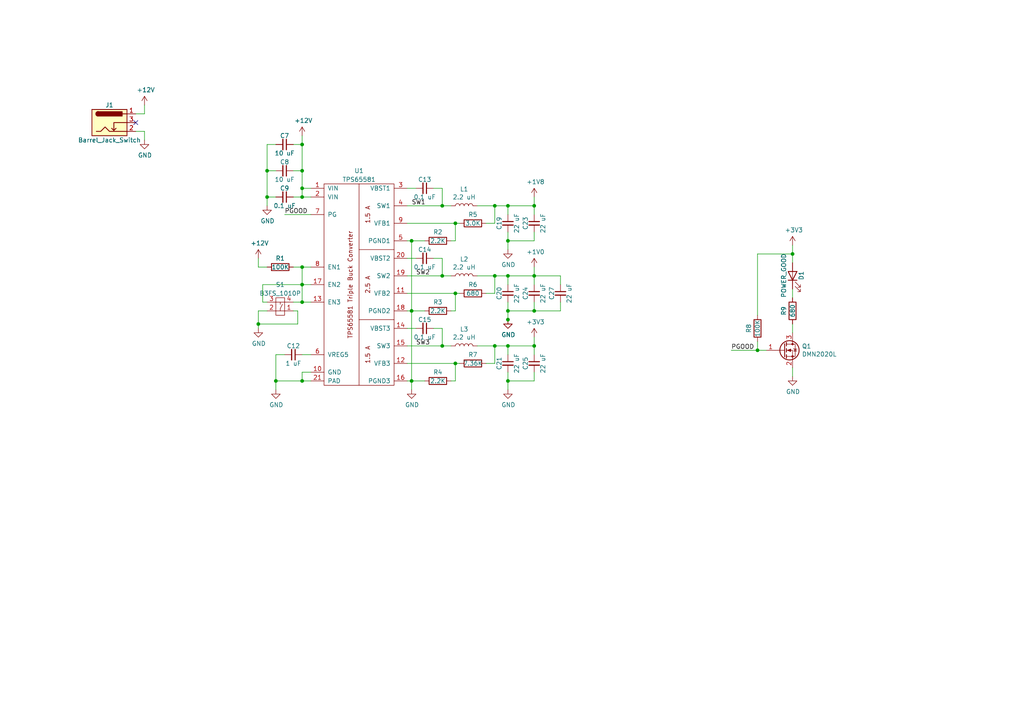
<source format=kicad_sch>
(kicad_sch (version 20230121) (generator eeschema)
  (paper "A4")
  (lib_symbols
    (symbol "Connector:Barrel_Jack_Switch" (pin_names hide)
      (property "Reference" "J" (at 0 5.334 0))
      (property "Value" "Barrel_Jack_Switch" (at 0 -5.08 0))
      (symbol "Barrel_Jack_Switch_0_1"
        (rectangle (start -5.08 3.81) (end 5.08 -3.81) (stroke (width 0.254)) (fill (type background)))
        (arc (start -3.302 3.175) (mid -3.9343 2.54) (end -3.302 1.905) (stroke (width 0.254)))
        (arc (start -3.302 3.175) (mid -3.9343 2.54) (end -3.302 1.905) (stroke (width 0.254)) (fill (type outline)))
        (polyline (pts (xy 1.27 -2.286) (xy 1.905 -1.651)) (stroke (width 0.254)))
        (polyline (pts (xy 5.08 2.54) (xy 3.81 2.54)) (stroke (width 0.254)))
        (polyline (pts (xy 5.08 0) (xy 1.27 0) (xy 1.27 -2.286) (xy 0.635 -1.651)) (stroke (width 0.254)))
        (polyline (pts (xy -3.81 -2.54) (xy -2.54 -2.54) (xy -1.27 -1.27) (xy 0 -2.54) (xy 2.54 -2.54) (xy 5.08 -2.54)) (stroke (width 0.254)))
        (rectangle (start 3.683 3.175) (end -3.302 1.905) (stroke (width 0.254)) (fill (type outline)))
      )
      (symbol "Barrel_Jack_Switch_1_1"
        (pin passive line (at 7.62 2.54 180) (length 2.54) (name "~") (number "1"))
        (pin passive line (at 7.62 -2.54 180) (length 2.54) (name "~") (number "2"))
        (pin passive line (at 7.62 0 180) (length 2.54) (name "~") (number "3"))
      )
    )
    (symbol "Device:C_Small" (pin_numbers hide) (pin_names (offset 0.254) hide)
      (property "Reference" "C" (at 0.254 1.778 0))
      (property "Value" "C_Small" (at 0.254 -2.032 0))
      (symbol "C_Small_0_1"
        (polyline (pts (xy -1.524 -0.508) (xy 1.524 -0.508)) (stroke (width 0.3302)))
        (polyline (pts (xy -1.524 0.508) (xy 1.524 0.508)) (stroke (width 0.3048)))
      )
      (symbol "C_Small_1_1"
        (pin passive line (at 0 2.54 270) (length 2.032) (name "~") (number "1"))
        (pin passive line (at 0 -2.54 90) (length 2.032) (name "~") (number "2"))
      )
    )
    (symbol "Device:L" (pin_numbers hide) (pin_names (offset 1.016) hide)
      (property "Reference" "L" (at -1.27 0 90))
      (property "Value" "L" (at 1.905 0 90))
      (symbol "L_0_1"
        (arc (start 0 -2.54) (mid 0.6323 -1.905) (end 0 -1.27))
        (arc (start 0 -1.27) (mid 0.6323 -0.635) (end 0 0))
        (arc (start 0 0) (mid 0.6323 0.635) (end 0 1.27))
        (arc (start 0 1.27) (mid 0.6323 1.905) (end 0 2.54))
      )
      (symbol "L_1_1"
        (pin passive line (at 0 3.81 270) (length 1.27) (name "1") (number "1"))
        (pin passive line (at 0 -3.81 90) (length 1.27) (name "2") (number "2"))
      )
    )
    (symbol "Device:LED" (pin_numbers hide) (pin_names (offset 1.016) hide)
      (property "Reference" "D" (at 0 2.54 0))
      (property "Value" "LED" (at 0 -2.54 0))
      (symbol "LED_0_1"
        (polyline (pts (xy -1.27 -1.27) (xy -1.27 1.27)) (stroke (width 0.254)))
        (polyline (pts (xy -1.27 0) (xy 1.27 0)))
        (polyline (pts (xy 1.27 -1.27) (xy 1.27 1.27) (xy -1.27 0) (xy 1.27 -1.27)) (stroke (width 0.254)))
        (polyline (pts (xy -3.048 -0.762) (xy -4.572 -2.286) (xy -3.81 -2.286) (xy -4.572 -2.286) (xy -4.572 -1.524)))
        (polyline (pts (xy -1.778 -0.762) (xy -3.302 -2.286) (xy -2.54 -2.286) (xy -3.302 -2.286) (xy -3.302 -1.524)))
      )
      (symbol "LED_1_1"
        (pin passive line (at -3.81 0 0) (length 2.54) (name "K") (number "1"))
        (pin passive line (at 3.81 0 180) (length 2.54) (name "A") (number "2"))
      )
    )
    (symbol "Device:Q_NMOS_GSD" (pin_names (offset 0) hide)
      (property "Reference" "Q" (at 5.08 1.27 0))
      (property "Value" "Q_NMOS_GSD" (at 5.08 -1.27 0))
      (symbol "Q_NMOS_GSD_0_1"
        (polyline (pts (xy 0.254 0) (xy -2.54 0)))
        (polyline (pts (xy 0.254 1.905) (xy 0.254 -1.905)) (stroke (width 0.254)))
        (polyline (pts (xy 0.762 -1.27) (xy 0.762 -2.286)) (stroke (width 0.254)))
        (polyline (pts (xy 0.762 0.508) (xy 0.762 -0.508)) (stroke (width 0.254)))
        (polyline (pts (xy 0.762 2.286) (xy 0.762 1.27)) (stroke (width 0.254)))
        (polyline (pts (xy 2.54 2.54) (xy 2.54 1.778)))
        (polyline (pts (xy 2.54 -2.54) (xy 2.54 0) (xy 0.762 0)))
        (polyline (pts (xy 0.762 -1.778) (xy 3.302 -1.778) (xy 3.302 1.778) (xy 0.762 1.778)))
        (polyline (pts (xy 1.016 0) (xy 2.032 0.381) (xy 2.032 -0.381) (xy 1.016 0)) (fill (type outline)))
        (polyline (pts (xy 2.794 0.508) (xy 2.921 0.381) (xy 3.683 0.381) (xy 3.81 0.254)))
        (polyline (pts (xy 3.302 0.381) (xy 2.921 -0.254) (xy 3.683 -0.254) (xy 3.302 0.381)))
        (circle (center 1.651 0) (radius 2.794) (stroke (width 0.254)))
        (circle (center 2.54 -1.778) (radius 0.254) (fill (type outline)))
        (circle (center 2.54 1.778) (radius 0.254) (fill (type outline)))
      )
      (symbol "Q_NMOS_GSD_1_1"
        (pin input line (at -5.08 0 0) (length 2.54) (name "G") (number "1"))
        (pin passive line (at 2.54 -5.08 90) (length 2.54) (name "S") (number "2"))
        (pin passive line (at 2.54 5.08 270) (length 2.54) (name "D") (number "3"))
      )
    )
    (symbol "Device:R" (pin_numbers hide) (pin_names (offset 0))
      (property "Reference" "R" (at 2.032 0 90))
      (property "Value" "R" (at 0 0 90))
      (symbol "R_0_1"
        (rectangle (start -1.016 -2.54) (end 1.016 2.54) (stroke (width 0.254)))
      )
      (symbol "R_1_1"
        (pin passive line (at 0 3.81 270) (length 1.27) (name "~") (number "1"))
        (pin passive line (at 0 -3.81 90) (length 1.27) (name "~") (number "2"))
      )
    )
    (symbol "Prof:B3FS_1010P" (pin_names (offset 1.016) hide)
      (property "Reference" "S" (at 0 3.81 0))
      (property "Value" "B3FS_1010P" (at 0 -3.81 0))
      (symbol "B3FS_1010P_0_1"
        (rectangle (start -1.27 2.54) (end 1.27 -2.54))
        (polyline (pts (xy -1.27 -1.27) (xy 1.27 -1.27)))
        (polyline (pts (xy -1.27 1.27) (xy 1.27 1.27)))
        (polyline (pts (xy 0 1.27) (xy 0 0.635)))
        (polyline (pts (xy 0 -1.27) (xy 0 -0.635) (xy 0.635 0.635)))
      )
      (symbol "B3FS_1010P_1_1"
        (pin input line (at 3.81 -1.27 180) (length 2.54) (name "1") (number "1"))
        (pin input line (at -3.81 -1.27 0) (length 2.54) (name "2") (number "2"))
        (pin input line (at -3.81 1.27 0) (length 2.54) (name "3") (number "3"))
        (pin input line (at 3.81 1.27 180) (length 2.54) (name "4") (number "4"))
      )
    )
    (symbol "Prof:TPS65581" (pin_names (offset 1.016))
      (property "Reference" "U" (at 0 30.48 0))
      (property "Value" "TPS65581" (at 0 -30.48 0))
      (symbol "TPS65581_0_0"
        (polyline (pts (xy 10.16 -10.16) (xy 0 -10.16)))
        (polyline (pts (xy 10.16 10.16) (xy 0 10.16)))
        (text "1.5 A" (at 2.54 -20.32 900) (effects (font (size 1.27 1.27))))
        (text "1.5 A" (at 2.54 20.32 900) (effects (font (size 1.27 1.27))))
        (text "2.5 A" (at 2.54 0 900) (effects (font (size 1.27 1.27))))
        (text "TPS65581 Triple Buck Converter" (at -2.54 0 900) (effects (font (size 1.27 1.27))))
      )
      (symbol "TPS65581_0_1"
        (rectangle (start -10.16 29.21) (end 10.16 -29.21))
        (polyline (pts (xy 0 29.21) (xy 0 -29.21)))
      )
      (symbol "TPS65581_1_1"
        (pin power_in line (at -13.97 27.94 0) (length 3.81) (name "VIN") (number "1"))
        (pin power_in line (at -13.97 -25.4 0) (length 3.81) (name "GND") (number "10"))
        (pin power_out line (at 13.97 -2.54 180) (length 3.81) (name "VFB2") (number "11"))
        (pin power_out line (at 13.97 -22.86 180) (length 3.81) (name "VFB3") (number "12"))
        (pin input line (at -13.97 -5.08 0) (length 3.81) (name "EN3") (number "13"))
        (pin power_out line (at 13.97 -12.7 180) (length 3.81) (name "VBST3") (number "14"))
        (pin power_out line (at 13.97 -17.78 180) (length 3.81) (name "SW3") (number "15"))
        (pin power_in line (at 13.97 -27.94 180) (length 3.81) (name "PGND3") (number "16"))
        (pin input line (at -13.97 0 0) (length 3.81) (name "EN2") (number "17"))
        (pin power_in line (at 13.97 -7.62 180) (length 3.81) (name "PGND2") (number "18"))
        (pin power_out line (at 13.97 2.54 180) (length 3.81) (name "SW2") (number "19"))
        (pin power_in line (at -13.97 25.4 0) (length 3.81) (name "VIN") (number "2"))
        (pin power_out line (at 13.97 7.62 180) (length 3.81) (name "VBST2") (number "20"))
        (pin power_in line (at -13.97 -27.94 0) (length 3.81) (name "PAD") (number "21"))
        (pin power_out line (at 13.97 27.94 180) (length 3.81) (name "VBST1") (number "3"))
        (pin power_out line (at 13.97 22.86 180) (length 3.81) (name "SW1") (number "4"))
        (pin power_in line (at 13.97 12.7 180) (length 3.81) (name "PGND1") (number "5"))
        (pin power_out line (at -13.97 -20.32 0) (length 3.81) (name "VREG5") (number "6"))
        (pin open_collector line (at -13.97 20.32 0) (length 3.81) (name "PG") (number "7"))
        (pin input line (at -13.97 5.08 0) (length 3.81) (name "EN1") (number "8"))
        (pin power_out line (at 13.97 17.78 180) (length 3.81) (name "VFB1") (number "9"))
      )
    )
    (symbol "power:+12V" (power) (pin_names (offset 0))
      (property "Value" "+12V" (at 0 3.556 0))
      (symbol "+12V_0_1"
        (polyline (pts (xy -0.762 1.27) (xy 0 2.54)))
        (polyline (pts (xy 0 0) (xy 0 2.54)))
        (polyline (pts (xy 0 2.54) (xy 0.762 1.27)))
      )
      (symbol "+12V_1_1"
        (pin power_in line (at 0 0 90) (length 0) hide (name "+12V") (number "1"))
      )
    )
    (symbol "power:+1V0" (power) (pin_names (offset 0))
      (property "Value" "+1V0" (at 0 3.556 0))
      (symbol "+1V0_0_1"
        (polyline (pts (xy -0.762 1.27) (xy 0 2.54)))
        (polyline (pts (xy 0 0) (xy 0 2.54)))
        (polyline (pts (xy 0 2.54) (xy 0.762 1.27)))
      )
      (symbol "+1V0_1_1"
        (pin power_in line (at 0 0 90) (length 0) hide (name "+1V0") (number "1"))
      )
    )
    (symbol "power:+1V8" (power) (pin_names (offset 0))
      (property "Value" "+1V8" (at 0 3.556 0))
      (symbol "+1V8_0_1"
        (polyline (pts (xy -0.762 1.27) (xy 0 2.54)))
        (polyline (pts (xy 0 0) (xy 0 2.54)))
        (polyline (pts (xy 0 2.54) (xy 0.762 1.27)))
      )
      (symbol "+1V8_1_1"
        (pin power_in line (at 0 0 90) (length 0) hide (name "+1V8") (number "1"))
      )
    )
    (symbol "power:+3V3" (power) (pin_names (offset 0))
      (property "Value" "+3V3" (at 0 3.556 0))
      (symbol "+3V3_0_1"
        (polyline (pts (xy -0.762 1.27) (xy 0 2.54)))
        (polyline (pts (xy 0 0) (xy 0 2.54)))
        (polyline (pts (xy 0 2.54) (xy 0.762 1.27)))
      )
      (symbol "+3V3_1_1"
        (pin power_in line (at 0 0 90) (length 0) hide (name "+3V3") (number "1"))
      )
    )
    (symbol "power:GND" (power) (pin_names (offset 0))
      (property "Value" "GND" (at 0 -3.81 0))
      (symbol "GND_0_1"
        (polyline (pts (xy 0 0) (xy 0 -1.27) (xy 1.27 -1.27) (xy 0 -2.54) (xy -1.27 -1.27) (xy 0 -1.27)))
      )
      (symbol "GND_1_1"
        (pin power_in line (at 0 0 270) (length 0) hide (name "GND") (number "1"))
      )
    )
  )
  (junction (at 128.27 80.01))
  (junction (at 87.63 41.91))
  (junction (at 80.01 110.49))
  (junction (at 143.51 80.01))
  (junction (at 77.47 57.15))
  (junction (at 147.32 59.69))
  (junction (at 119.38 69.85))
  (junction (at 119.38 90.17))
  (junction (at 128.27 100.33))
  (junction (at 143.51 100.33))
  (junction (at 87.63 87.63))
  (junction (at 147.32 92.71))
  (junction (at 87.63 82.55))
  (junction (at 229.87 73.66))
  (junction (at 119.38 110.49))
  (junction (at 147.32 69.85))
  (junction (at 154.94 90.17))
  (junction (at 77.47 49.53))
  (junction (at 147.32 100.33))
  (junction (at 143.51 59.69))
  (junction (at 219.71 101.6))
  (junction (at 128.27 59.69))
  (junction (at 132.08 64.77))
  (junction (at 87.63 57.15))
  (junction (at 74.93 93.98))
  (junction (at 147.32 90.17))
  (junction (at 87.63 54.61))
  (junction (at 132.08 105.41))
  (junction (at 132.08 85.09))
  (junction (at 147.32 80.01))
  (junction (at 154.94 100.33))
  (junction (at 147.32 110.49))
  (junction (at 87.63 49.53))
  (junction (at 154.94 59.69))
  (junction (at 154.94 80.01))
  (junction (at 87.63 110.49))
  (junction (at 87.63 77.47))
  (no_connect (at 39.37 35.56))
  (wire (pts (xy 130.81 69.85) (xy 132.08 69.85)))
  (wire (pts (xy 87.63 57.15) (xy 87.63 54.61)))
  (wire (pts (xy 87.63 54.61) (xy 87.63 49.53)))
  (wire (pts (xy 87.63 82.55) (xy 87.63 77.47)))
  (wire (pts (xy 143.51 100.33) (xy 138.43 100.33)))
  (wire (pts (xy 86.36 93.98) (xy 74.93 93.98)))
  (wire (pts (xy 147.32 87.63) (xy 147.32 90.17)))
  (wire (pts (xy 147.32 59.69) (xy 143.51 59.69)))
  (wire (pts (xy 74.93 90.17) (xy 74.93 93.98)))
  (wire (pts (xy 125.73 74.93) (xy 128.27 74.93)))
  (wire (pts (xy 143.51 105.41) (xy 143.51 100.33)))
  (wire (pts (xy 212.09 101.6) (xy 219.71 101.6)))
  (wire (pts (xy 119.38 69.85) (xy 123.19 69.85)))
  (wire (pts (xy 80.01 57.15) (xy 77.47 57.15)))
  (wire (pts (xy 80.01 102.87) (xy 80.01 110.49)))
  (wire (pts (xy 143.51 80.01) (xy 138.43 80.01)))
  (wire (pts (xy 154.94 110.49) (xy 147.32 110.49)))
  (wire (pts (xy 229.87 73.66) (xy 219.71 73.66)))
  (wire (pts (xy 154.94 57.15) (xy 154.94 59.69)))
  (wire (pts (xy 132.08 105.41) (xy 118.11 105.41)))
  (wire (pts (xy 90.17 82.55) (xy 87.63 82.55)))
  (wire (pts (xy 130.81 90.17) (xy 132.08 90.17)))
  (wire (pts (xy 128.27 95.25) (xy 128.27 100.33)))
  (wire (pts (xy 41.91 40.64) (xy 41.91 38.1)))
  (wire (pts (xy 90.17 110.49) (xy 87.63 110.49)))
  (wire (pts (xy 41.91 33.02) (xy 39.37 33.02)))
  (wire (pts (xy 130.81 110.49) (xy 132.08 110.49)))
  (wire (pts (xy 77.47 87.63) (xy 76.2 87.63)))
  (wire (pts (xy 147.32 110.49) (xy 147.32 113.03)))
  (wire (pts (xy 147.32 100.33) (xy 143.51 100.33)))
  (wire (pts (xy 90.17 77.47) (xy 87.63 77.47)))
  (wire (pts (xy 132.08 110.49) (xy 132.08 105.41)))
  (wire (pts (xy 229.87 73.66) (xy 229.87 76.2)))
  (wire (pts (xy 130.81 80.01) (xy 128.27 80.01)))
  (wire (pts (xy 86.36 90.17) (xy 86.36 93.98)))
  (wire (pts (xy 87.63 110.49) (xy 80.01 110.49)))
  (wire (pts (xy 143.51 85.09) (xy 143.51 80.01)))
  (wire (pts (xy 154.94 59.69) (xy 147.32 59.69)))
  (wire (pts (xy 154.94 87.63) (xy 154.94 90.17)))
  (wire (pts (xy 80.01 41.91) (xy 77.47 41.91)))
  (wire (pts (xy 87.63 41.91) (xy 85.09 41.91)))
  (wire (pts (xy 132.08 90.17) (xy 132.08 85.09)))
  (wire (pts (xy 154.94 67.31) (xy 154.94 69.85)))
  (wire (pts (xy 133.35 105.41) (xy 132.08 105.41)))
  (wire (pts (xy 120.65 74.93) (xy 118.11 74.93)))
  (wire (pts (xy 147.32 107.95) (xy 147.32 110.49)))
  (wire (pts (xy 133.35 64.77) (xy 132.08 64.77)))
  (wire (pts (xy 82.55 62.23) (xy 90.17 62.23)))
  (wire (pts (xy 132.08 69.85) (xy 132.08 64.77)))
  (wire (pts (xy 120.65 95.25) (xy 118.11 95.25)))
  (wire (pts (xy 118.11 69.85) (xy 119.38 69.85)))
  (wire (pts (xy 90.17 54.61) (xy 87.63 54.61)))
  (wire (pts (xy 154.94 100.33) (xy 154.94 97.79)))
  (wire (pts (xy 77.47 57.15) (xy 77.47 59.69)))
  (wire (pts (xy 162.56 80.01) (xy 154.94 80.01)))
  (wire (pts (xy 140.97 85.09) (xy 143.51 85.09)))
  (wire (pts (xy 80.01 102.87) (xy 82.55 102.87)))
  (wire (pts (xy 154.94 107.95) (xy 154.94 110.49)))
  (wire (pts (xy 87.63 77.47) (xy 85.09 77.47)))
  (wire (pts (xy 133.35 85.09) (xy 132.08 85.09)))
  (wire (pts (xy 87.63 57.15) (xy 85.09 57.15)))
  (wire (pts (xy 128.27 59.69) (xy 118.11 59.69)))
  (wire (pts (xy 128.27 54.61) (xy 128.27 59.69)))
  (wire (pts (xy 229.87 71.12) (xy 229.87 73.66)))
  (wire (pts (xy 154.94 82.55) (xy 154.94 80.01)))
  (wire (pts (xy 77.47 41.91) (xy 77.47 49.53)))
  (wire (pts (xy 128.27 74.93) (xy 128.27 80.01)))
  (wire (pts (xy 147.32 82.55) (xy 147.32 80.01)))
  (wire (pts (xy 119.38 110.49) (xy 119.38 90.17)))
  (wire (pts (xy 130.81 100.33) (xy 128.27 100.33)))
  (wire (pts (xy 87.63 87.63) (xy 85.09 87.63)))
  (wire (pts (xy 229.87 83.82) (xy 229.87 86.36)))
  (wire (pts (xy 87.63 87.63) (xy 87.63 82.55)))
  (wire (pts (xy 154.94 90.17) (xy 162.56 90.17)))
  (wire (pts (xy 154.94 69.85) (xy 147.32 69.85)))
  (wire (pts (xy 132.08 85.09) (xy 118.11 85.09)))
  (wire (pts (xy 143.51 59.69) (xy 138.43 59.69)))
  (wire (pts (xy 41.91 30.48) (xy 41.91 33.02)))
  (wire (pts (xy 154.94 80.01) (xy 147.32 80.01)))
  (wire (pts (xy 154.94 100.33) (xy 147.32 100.33)))
  (wire (pts (xy 229.87 93.98) (xy 229.87 96.52)))
  (wire (pts (xy 74.93 93.98) (xy 74.93 95.25)))
  (wire (pts (xy 147.32 67.31) (xy 147.32 69.85)))
  (wire (pts (xy 77.47 77.47) (xy 74.93 77.47)))
  (wire (pts (xy 90.17 87.63) (xy 87.63 87.63)))
  (wire (pts (xy 147.32 69.85) (xy 147.32 72.39)))
  (wire (pts (xy 147.32 90.17) (xy 147.32 92.71)))
  (wire (pts (xy 77.47 49.53) (xy 77.47 57.15)))
  (wire (pts (xy 154.94 90.17) (xy 147.32 90.17)))
  (wire (pts (xy 119.38 110.49) (xy 123.19 110.49)))
  (wire (pts (xy 76.2 87.63) (xy 76.2 82.55)))
  (wire (pts (xy 87.63 49.53) (xy 87.63 41.91)))
  (wire (pts (xy 87.63 107.95) (xy 87.63 110.49)))
  (wire (pts (xy 80.01 110.49) (xy 80.01 113.03)))
  (wire (pts (xy 118.11 90.17) (xy 119.38 90.17)))
  (wire (pts (xy 143.51 64.77) (xy 143.51 59.69)))
  (wire (pts (xy 87.63 39.37) (xy 87.63 41.91)))
  (wire (pts (xy 162.56 90.17) (xy 162.56 87.63)))
  (wire (pts (xy 119.38 90.17) (xy 119.38 69.85)))
  (wire (pts (xy 90.17 107.95) (xy 87.63 107.95)))
  (wire (pts (xy 90.17 57.15) (xy 87.63 57.15)))
  (wire (pts (xy 74.93 77.47) (xy 74.93 74.93)))
  (wire (pts (xy 154.94 62.23) (xy 154.94 59.69)))
  (wire (pts (xy 87.63 49.53) (xy 85.09 49.53)))
  (wire (pts (xy 118.11 54.61) (xy 120.65 54.61)))
  (wire (pts (xy 147.32 62.23) (xy 147.32 59.69)))
  (wire (pts (xy 128.27 100.33) (xy 118.11 100.33)))
  (wire (pts (xy 219.71 73.66) (xy 219.71 91.44)))
  (wire (pts (xy 132.08 64.77) (xy 118.11 64.77)))
  (wire (pts (xy 162.56 82.55) (xy 162.56 80.01)))
  (wire (pts (xy 219.71 99.06) (xy 219.71 101.6)))
  (wire (pts (xy 147.32 80.01) (xy 143.51 80.01)))
  (wire (pts (xy 80.01 49.53) (xy 77.47 49.53)))
  (wire (pts (xy 219.71 101.6) (xy 222.25 101.6)))
  (wire (pts (xy 119.38 113.03) (xy 119.38 110.49)))
  (wire (pts (xy 125.73 95.25) (xy 128.27 95.25)))
  (wire (pts (xy 76.2 82.55) (xy 87.63 82.55)))
  (wire (pts (xy 140.97 105.41) (xy 143.51 105.41)))
  (wire (pts (xy 118.11 110.49) (xy 119.38 110.49)))
  (wire (pts (xy 140.97 64.77) (xy 143.51 64.77)))
  (wire (pts (xy 125.73 54.61) (xy 128.27 54.61)))
  (wire (pts (xy 85.09 90.17) (xy 86.36 90.17)))
  (wire (pts (xy 90.17 102.87) (xy 87.63 102.87)))
  (wire (pts (xy 41.91 38.1) (xy 39.37 38.1)))
  (wire (pts (xy 229.87 109.22) (xy 229.87 106.68)))
  (wire (pts (xy 147.32 102.87) (xy 147.32 100.33)))
  (wire (pts (xy 77.47 90.17) (xy 74.93 90.17)))
  (wire (pts (xy 154.94 77.47) (xy 154.94 80.01)))
  (wire (pts (xy 119.38 90.17) (xy 123.19 90.17)))
  (wire (pts (xy 128.27 80.01) (xy 118.11 80.01)))
  (wire (pts (xy 130.81 59.69) (xy 128.27 59.69)))
  (wire (pts (xy 154.94 102.87) (xy 154.94 100.33)))
  (label "SW1" (at 119.38 59.69 0))
  (label "SW2" (at 120.65 80.01 0))
  (label "PGOOD" (at 212.09 101.6 0))
  (label "SW3" (at 120.65 100.33 0))
  (label "PGOOD" (at 82.55 62.23 0))
  (symbol (lib_id "Connector:Barrel_Jack_Switch") (at 31.75 35.56 0) (unit 1)
    (property "Reference" "J1" (at 31.75 30.48 0))
    (property "Value" "Barrel_Jack_Switch" (at 31.75 40.64 0))
    (property "Footprint" "Prof:PJ_102B" (effects hide))
  )
  (symbol (lib_id "Device:C_Small") (at 82.55 41.91 270) (unit 1)
    (property "Reference" "C7" (at 82.55 39.37 90))
    (property "Value" "10 uF" (at 82.55 44.45 90))
    (property "Footprint" "Capacitor_SMD:C_0805_2012Metric" (effects hide))
  )
  (symbol (lib_id "Device:C_Small") (at 82.55 49.53 270) (unit 1)
    (property "Reference" "C8" (at 82.55 46.99 90))
    (property "Value" "10 uF" (at 82.55 52.07 90))
    (property "Footprint" "Capacitor_SMD:C_0805_2012Metric" (effects hide))
  )
  (symbol (lib_id "Device:C_Small") (at 82.55 57.15 270) (unit 1)
    (property "Reference" "C9" (at 82.55 54.61 90))
    (property "Value" "0.1 uF" (at 82.55 59.69 90))
    (property "Footprint" "Capacitor_SMD:C_0402_1005Metric" (effects hide))
  )
  (symbol (lib_id "power:GND") (at 41.91 40.64 0) (unit 1)
    (property "Reference" "#PWR04" (effects hide))
    (property "Value" "GND" (at 42.037 45.0342 0))
  )
  (symbol (lib_id "power:GND") (at 77.47 59.69 0) (unit 1)
    (property "Reference" "#PWR09" (effects hide))
    (property "Value" "GND" (at 77.597 64.0842 0))
  )
  (symbol (lib_id "Device:C_Small") (at 85.09 102.87 270) (unit 1)
    (property "Reference" "C12" (at 85.09 100.33 90))
    (property "Value" "1 uF" (at 85.09 105.41 90))
    (property "Footprint" "Capacitor_SMD:C_0402_1005Metric" (effects hide))
  )
  (symbol (lib_id "power:GND") (at 80.01 113.03 0) (unit 1)
    (property "Reference" "#PWR010" (effects hide))
    (property "Value" "GND" (at 80.137 117.4242 0))
  )
  (symbol (lib_id "power:+12V") (at 41.91 30.48 0) (unit 1)
    (property "Reference" "#PWR03" (effects hide))
    (property "Value" "+12V" (at 42.291 26.0858 0))
  )
  (symbol (lib_id "Device:C_Small") (at 123.19 54.61 270) (unit 1)
    (property "Reference" "C13" (at 123.19 52.07 90))
    (property "Value" "0.1 uF" (at 123.19 57.15 90))
    (property "Footprint" "Capacitor_SMD:C_0402_1005Metric" (effects hide))
  )
  (symbol (lib_id "Device:L") (at 134.62 59.69 90) (unit 1)
    (property "Reference" "L1" (at 134.62 54.864 90))
    (property "Value" "2.2 uH" (at 134.62 57.1754 90))
    (property "Footprint" "Inductor_SMD:L_Taiyo-Yuden_NR-50xx_HandSoldering" (effects hide))
  )
  (symbol (lib_id "Device:R") (at 81.28 77.47 270) (unit 1)
    (property "Reference" "R1" (at 81.28 74.93 90))
    (property "Value" "100K" (at 81.28 77.47 90))
    (property "Footprint" "Resistor_SMD:R_0805_2012Metric_Pad1.20x1.40mm_HandSolder" (effects hide))
  )
  (symbol (lib_id "Device:R") (at 137.16 64.77 270) (unit 1)
    (property "Reference" "R5" (at 137.16 62.23 90))
    (property "Value" "3.0K" (at 137.16 64.77 90))
    (property "Footprint" "Resistor_SMD:R_0805_2012Metric_Pad1.20x1.40mm_HandSolder" (effects hide))
  )
  (symbol (lib_id "power:GND") (at 119.38 113.03 0) (unit 1)
    (property "Reference" "#PWR011" (effects hide))
    (property "Value" "GND" (at 119.507 117.4242 0))
  )
  (symbol (lib_id "Device:R") (at 127 69.85 270) (unit 1)
    (property "Reference" "R2" (at 127 67.31 90))
    (property "Value" "2.2K" (at 127 69.85 90))
    (property "Footprint" "Resistor_SMD:R_0805_2012Metric_Pad1.20x1.40mm_HandSolder" (effects hide))
  )
  (symbol (lib_id "Device:C_Small") (at 147.32 64.77 0) (unit 1)
    (property "Reference" "C19" (at 144.78 64.77 90))
    (property "Value" "22 uF" (at 149.86 64.77 90))
    (property "Footprint" "Capacitor_SMD:C_0805_2012Metric" (effects hide))
  )
  (symbol (lib_id "Device:C_Small") (at 154.94 64.77 0) (unit 1)
    (property "Reference" "C23" (at 152.4 64.77 90))
    (property "Value" "22 uF" (at 157.48 64.77 90))
    (property "Footprint" "Capacitor_SMD:C_0805_2012Metric" (effects hide))
  )
  (symbol (lib_id "power:GND") (at 147.32 72.39 0) (unit 1)
    (property "Reference" "#PWR014" (effects hide))
    (property "Value" "GND" (at 147.447 76.7842 0))
  )
  (symbol (lib_id "Device:C_Small") (at 123.19 74.93 270) (unit 1)
    (property "Reference" "C14" (at 123.19 72.39 90))
    (property "Value" "0.1 uF" (at 123.19 77.47 90))
    (property "Footprint" "Capacitor_SMD:C_0402_1005Metric" (effects hide))
  )
  (symbol (lib_id "Device:L") (at 134.62 80.01 90) (unit 1)
    (property "Reference" "L2" (at 134.62 75.184 90))
    (property "Value" "2.2 uH" (at 134.62 77.4954 90))
    (property "Footprint" "Inductor_SMD:L_Taiyo-Yuden_NR-50xx_HandSoldering" (effects hide))
  )
  (symbol (lib_id "Device:R") (at 137.16 85.09 270) (unit 1)
    (property "Reference" "R6" (at 137.16 82.55 90))
    (property "Value" "680" (at 137.16 85.09 90))
    (property "Footprint" "Resistor_SMD:R_0805_2012Metric_Pad1.20x1.40mm_HandSolder" (effects hide))
  )
  (symbol (lib_id "Device:R") (at 127 90.17 270) (unit 1)
    (property "Reference" "R3" (at 127 87.63 90))
    (property "Value" "2.2K" (at 127 90.17 90))
    (property "Footprint" "Resistor_SMD:R_0805_2012Metric_Pad1.20x1.40mm_HandSolder" (effects hide))
  )
  (symbol (lib_id "Device:C_Small") (at 147.32 85.09 0) (unit 1)
    (property "Reference" "C20" (at 144.78 85.09 90))
    (property "Value" "22 uF" (at 149.86 85.09 90))
    (property "Footprint" "Capacitor_SMD:C_0805_2012Metric" (effects hide))
  )
  (symbol (lib_id "Device:C_Small") (at 154.94 85.09 0) (unit 1)
    (property "Reference" "C24" (at 152.4 85.09 90))
    (property "Value" "22 uF" (at 157.48 85.09 90))
    (property "Footprint" "Capacitor_SMD:C_0805_2012Metric" (effects hide))
  )
  (symbol (lib_id "power:GND") (at 147.32 92.71 0) (unit 1)
    (property "Reference" "#PWR015" (effects hide))
    (property "Value" "GND" (at 147.447 97.1042 0))
  )
  (symbol (lib_id "power:+12V") (at 74.93 74.93 0) (unit 1)
    (property "Reference" "#PWR07" (effects hide))
    (property "Value" "+12V" (at 75.311 70.5358 0))
  )
  (symbol (lib_id "Device:Q_NMOS_GSD") (at 227.33 101.6 0) (unit 1)
    (property "Reference" "Q1" (at 232.5624 100.4316 0) (effects (justify left)))
    (property "Value" "DMN2020L" (at 232.5624 102.743 0) (effects (justify left)))
    (property "Footprint" "Package_TO_SOT_SMD:SOT-23" (effects hide))
  )
  (symbol (lib_id "Device:R") (at 219.71 95.25 180) (unit 1)
    (property "Reference" "R8" (at 217.17 95.25 90))
    (property "Value" "100K" (at 219.71 95.25 90))
    (property "Footprint" "Resistor_SMD:R_0805_2012Metric_Pad1.20x1.40mm_HandSolder" (effects hide))
  )
  (symbol (lib_id "Device:R") (at 229.87 90.17 180) (unit 1)
    (property "Reference" "R9" (at 227.33 90.17 90))
    (property "Value" "680" (at 229.87 90.17 90))
    (property "Footprint" "Resistor_SMD:R_0805_2012Metric_Pad1.20x1.40mm_HandSolder" (effects hide))
  )
  (symbol (lib_id "power:+3V3") (at 229.87 71.12 0) (unit 1)
    (property "Reference" "#PWR023" (effects hide))
    (property "Value" "+3V3" (at 230.251 66.7258 0))
  )
  (symbol (lib_id "power:GND") (at 147.32 92.71 0) (unit 1)
    (property "Reference" "#PWR016" (effects hide))
    (property "Value" "GND" (at 147.447 97.1042 0))
  )
  (symbol (lib_id "Device:C_Small") (at 123.19 95.25 270) (unit 1)
    (property "Reference" "C15" (at 123.19 92.71 90))
    (property "Value" "0.1 uF" (at 123.19 97.79 90))
    (property "Footprint" "Capacitor_SMD:C_0402_1005Metric" (effects hide))
  )
  (symbol (lib_id "Device:L") (at 134.62 100.33 90) (unit 1)
    (property "Reference" "L3" (at 134.62 95.504 90))
    (property "Value" "2.2 uH" (at 134.62 97.8154 90))
    (property "Footprint" "Inductor_SMD:L_Taiyo-Yuden_NR-50xx_HandSoldering" (effects hide))
  )
  (symbol (lib_id "Device:R") (at 137.16 105.41 270) (unit 1)
    (property "Reference" "R7" (at 137.16 102.87 90))
    (property "Value" "7.36K" (at 137.16 105.41 90))
    (property "Footprint" "Resistor_SMD:R_0805_2012Metric_Pad1.20x1.40mm_HandSolder" (effects hide))
  )
  (symbol (lib_id "Device:R") (at 127 110.49 270) (unit 1)
    (property "Reference" "R4" (at 127 107.95 90))
    (property "Value" "2.2K" (at 127 110.49 90))
    (property "Footprint" "Resistor_SMD:R_0805_2012Metric_Pad1.20x1.40mm_HandSolder" (effects hide))
  )
  (symbol (lib_id "Device:C_Small") (at 147.32 105.41 0) (unit 1)
    (property "Reference" "C21" (at 144.78 105.41 90))
    (property "Value" "22 uF" (at 149.86 105.41 90))
    (property "Footprint" "Capacitor_SMD:C_0805_2012Metric" (effects hide))
  )
  (symbol (lib_id "Device:C_Small") (at 154.94 105.41 0) (unit 1)
    (property "Reference" "C25" (at 152.4 105.41 90))
    (property "Value" "22 uF" (at 157.48 105.41 90))
    (property "Footprint" "Capacitor_SMD:C_0805_2012Metric" (effects hide))
  )
  (symbol (lib_id "power:GND") (at 147.32 113.03 0) (unit 1)
    (property "Reference" "#PWR017" (effects hide))
    (property "Value" "GND" (at 147.447 117.4242 0))
  )
  (symbol (lib_id "power:GND") (at 74.93 95.25 0) (unit 1)
    (property "Reference" "#PWR08" (effects hide))
    (property "Value" "GND" (at 75.057 99.6442 0))
  )
  (symbol (lib_id "power:+1V0") (at 154.94 77.47 0) (unit 1)
    (property "Reference" "#PWR019" (effects hide))
    (property "Value" "+1V0" (at 155.321 73.0758 0))
  )
  (symbol (lib_id "power:+1V8") (at 154.94 57.15 0) (unit 1)
    (property "Reference" "#PWR018" (effects hide))
    (property "Value" "+1V8" (at 155.321 52.7558 0))
  )
  (symbol (lib_id "power:+3V3") (at 154.94 97.79 0) (unit 1)
    (property "Reference" "#PWR020" (effects hide))
    (property "Value" "+3V3" (at 155.321 93.3958 0))
  )
  (symbol (lib_id "Device:C_Small") (at 162.56 85.09 0) (unit 1)
    (property "Reference" "C27" (at 160.02 85.09 90))
    (property "Value" "22 uF" (at 165.1 85.09 90))
    (property "Footprint" "Capacitor_SMD:C_0805_2012Metric" (effects hide))
  )
  (symbol (lib_id "power:GND") (at 229.87 109.22 0) (unit 1)
    (property "Reference" "#PWR024" (effects hide))
    (property "Value" "GND" (at 229.997 113.6142 0))
  )
  (symbol (lib_id "Device:LED") (at 229.87 80.01 90) (unit 1)
    (property "Reference" "D1" (at 232.41 81.28 0) (effects (justify left)))
    (property "Value" "POWER_GOOD" (at 227.33 86.36 0) (effects (justify left)))
    (property "Footprint" "LED_SMD:LED_0805_2012Metric" (effects hide))
  )
  (symbol (lib_id "power:+12V") (at 87.63 39.37 0) (unit 1)
    (property "Reference" "#PWR0119" (effects hide))
    (property "Value" "+12V" (at 88.011 34.9758 0))
  )
  (symbol (lib_id "Prof:B3FS_1010P") (at 81.28 88.9 0) (unit 1)
    (property "Reference" "S1" (at 81.28 82.55 0))
    (property "Value" "B3FS_1010P" (at 81.28 85.09 0))
    (property "Footprint" "Prof:B3FS_1010P" (effects hide))
  )
  (symbol (lib_id "Prof:TPS65581") (at 104.14 82.55 0) (unit 1)
    (property "Reference" "U1" (at 104.14 49.53 0))
    (property "Value" "TPS65581" (at 104.14 52.07 0))
    (property "Footprint" "TPS:PWP20_2P4X3P4_TEX" (effects hide))
  )
)
</source>
